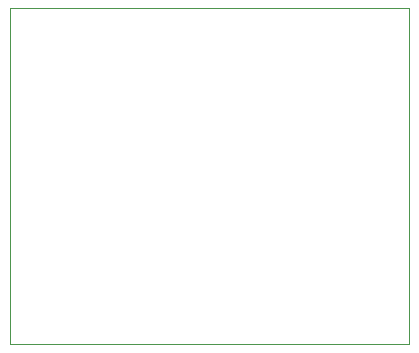
<source format=gbr>
G04 #@! TF.GenerationSoftware,KiCad,Pcbnew,(5.1.4)-1*
G04 #@! TF.CreationDate,2019-09-17T16:36:49-04:00*
G04 #@! TF.ProjectId,amplifier,616d706c-6966-4696-9572-2e6b69636164,rev?*
G04 #@! TF.SameCoordinates,Original*
G04 #@! TF.FileFunction,Profile,NP*
%FSLAX46Y46*%
G04 Gerber Fmt 4.6, Leading zero omitted, Abs format (unit mm)*
G04 Created by KiCad (PCBNEW (5.1.4)-1) date 2019-09-17 16:36:49*
%MOMM*%
%LPD*%
G04 APERTURE LIST*
%ADD10C,0.050000*%
G04 APERTURE END LIST*
D10*
X112522000Y-88392000D02*
X146304000Y-88392000D01*
X112522000Y-59944000D02*
X112522000Y-88392000D01*
X146304000Y-59944000D02*
X112522000Y-59944000D01*
X146304000Y-60706000D02*
X146304000Y-59944000D01*
X146304000Y-88392000D02*
X146304000Y-60706000D01*
M02*

</source>
